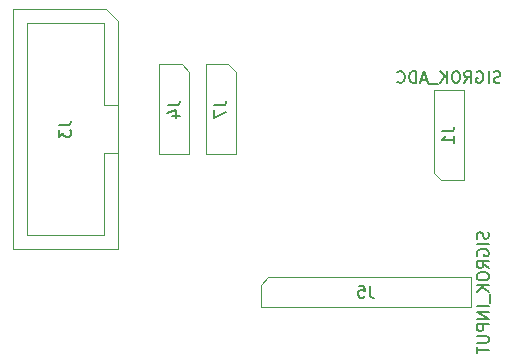
<source format=gbr>
%TF.GenerationSoftware,KiCad,Pcbnew,8.0.2*%
%TF.CreationDate,2025-07-19T08:03:10+07:00*%
%TF.ProjectId,PicoLink,5069636f-4c69-46e6-9b2e-6b696361645f,rev?*%
%TF.SameCoordinates,Original*%
%TF.FileFunction,AssemblyDrawing,Bot*%
%FSLAX46Y46*%
G04 Gerber Fmt 4.6, Leading zero omitted, Abs format (unit mm)*
G04 Created by KiCad (PCBNEW 8.0.2) date 2025-07-19 08:03:10*
%MOMM*%
%LPD*%
G01*
G04 APERTURE LIST*
%ADD10C,0.150000*%
%ADD11C,0.100000*%
G04 APERTURE END LIST*
D10*
X166427197Y-102704762D02*
X166474816Y-102847619D01*
X166474816Y-102847619D02*
X166474816Y-103085714D01*
X166474816Y-103085714D02*
X166427197Y-103180952D01*
X166427197Y-103180952D02*
X166379577Y-103228571D01*
X166379577Y-103228571D02*
X166284339Y-103276190D01*
X166284339Y-103276190D02*
X166189101Y-103276190D01*
X166189101Y-103276190D02*
X166093863Y-103228571D01*
X166093863Y-103228571D02*
X166046244Y-103180952D01*
X166046244Y-103180952D02*
X165998625Y-103085714D01*
X165998625Y-103085714D02*
X165951006Y-102895238D01*
X165951006Y-102895238D02*
X165903387Y-102800000D01*
X165903387Y-102800000D02*
X165855768Y-102752381D01*
X165855768Y-102752381D02*
X165760530Y-102704762D01*
X165760530Y-102704762D02*
X165665292Y-102704762D01*
X165665292Y-102704762D02*
X165570054Y-102752381D01*
X165570054Y-102752381D02*
X165522435Y-102800000D01*
X165522435Y-102800000D02*
X165474816Y-102895238D01*
X165474816Y-102895238D02*
X165474816Y-103133333D01*
X165474816Y-103133333D02*
X165522435Y-103276190D01*
X166474816Y-103704762D02*
X165474816Y-103704762D01*
X165522435Y-104704761D02*
X165474816Y-104609523D01*
X165474816Y-104609523D02*
X165474816Y-104466666D01*
X165474816Y-104466666D02*
X165522435Y-104323809D01*
X165522435Y-104323809D02*
X165617673Y-104228571D01*
X165617673Y-104228571D02*
X165712911Y-104180952D01*
X165712911Y-104180952D02*
X165903387Y-104133333D01*
X165903387Y-104133333D02*
X166046244Y-104133333D01*
X166046244Y-104133333D02*
X166236720Y-104180952D01*
X166236720Y-104180952D02*
X166331958Y-104228571D01*
X166331958Y-104228571D02*
X166427197Y-104323809D01*
X166427197Y-104323809D02*
X166474816Y-104466666D01*
X166474816Y-104466666D02*
X166474816Y-104561904D01*
X166474816Y-104561904D02*
X166427197Y-104704761D01*
X166427197Y-104704761D02*
X166379577Y-104752380D01*
X166379577Y-104752380D02*
X166046244Y-104752380D01*
X166046244Y-104752380D02*
X166046244Y-104561904D01*
X166474816Y-105752380D02*
X165998625Y-105419047D01*
X166474816Y-105180952D02*
X165474816Y-105180952D01*
X165474816Y-105180952D02*
X165474816Y-105561904D01*
X165474816Y-105561904D02*
X165522435Y-105657142D01*
X165522435Y-105657142D02*
X165570054Y-105704761D01*
X165570054Y-105704761D02*
X165665292Y-105752380D01*
X165665292Y-105752380D02*
X165808149Y-105752380D01*
X165808149Y-105752380D02*
X165903387Y-105704761D01*
X165903387Y-105704761D02*
X165951006Y-105657142D01*
X165951006Y-105657142D02*
X165998625Y-105561904D01*
X165998625Y-105561904D02*
X165998625Y-105180952D01*
X165474816Y-106371428D02*
X165474816Y-106561904D01*
X165474816Y-106561904D02*
X165522435Y-106657142D01*
X165522435Y-106657142D02*
X165617673Y-106752380D01*
X165617673Y-106752380D02*
X165808149Y-106799999D01*
X165808149Y-106799999D02*
X166141482Y-106799999D01*
X166141482Y-106799999D02*
X166331958Y-106752380D01*
X166331958Y-106752380D02*
X166427197Y-106657142D01*
X166427197Y-106657142D02*
X166474816Y-106561904D01*
X166474816Y-106561904D02*
X166474816Y-106371428D01*
X166474816Y-106371428D02*
X166427197Y-106276190D01*
X166427197Y-106276190D02*
X166331958Y-106180952D01*
X166331958Y-106180952D02*
X166141482Y-106133333D01*
X166141482Y-106133333D02*
X165808149Y-106133333D01*
X165808149Y-106133333D02*
X165617673Y-106180952D01*
X165617673Y-106180952D02*
X165522435Y-106276190D01*
X165522435Y-106276190D02*
X165474816Y-106371428D01*
X166474816Y-107228571D02*
X165474816Y-107228571D01*
X166474816Y-107799999D02*
X165903387Y-107371428D01*
X165474816Y-107799999D02*
X166046244Y-107228571D01*
X166570054Y-107990476D02*
X166570054Y-108752380D01*
X166474816Y-108990476D02*
X165474816Y-108990476D01*
X166474816Y-109466666D02*
X165474816Y-109466666D01*
X165474816Y-109466666D02*
X166474816Y-110038094D01*
X166474816Y-110038094D02*
X165474816Y-110038094D01*
X166474816Y-110514285D02*
X165474816Y-110514285D01*
X165474816Y-110514285D02*
X165474816Y-110895237D01*
X165474816Y-110895237D02*
X165522435Y-110990475D01*
X165522435Y-110990475D02*
X165570054Y-111038094D01*
X165570054Y-111038094D02*
X165665292Y-111085713D01*
X165665292Y-111085713D02*
X165808149Y-111085713D01*
X165808149Y-111085713D02*
X165903387Y-111038094D01*
X165903387Y-111038094D02*
X165951006Y-110990475D01*
X165951006Y-110990475D02*
X165998625Y-110895237D01*
X165998625Y-110895237D02*
X165998625Y-110514285D01*
X165474816Y-111514285D02*
X166284339Y-111514285D01*
X166284339Y-111514285D02*
X166379577Y-111561904D01*
X166379577Y-111561904D02*
X166427197Y-111609523D01*
X166427197Y-111609523D02*
X166474816Y-111704761D01*
X166474816Y-111704761D02*
X166474816Y-111895237D01*
X166474816Y-111895237D02*
X166427197Y-111990475D01*
X166427197Y-111990475D02*
X166379577Y-112038094D01*
X166379577Y-112038094D02*
X166284339Y-112085713D01*
X166284339Y-112085713D02*
X165474816Y-112085713D01*
X165474816Y-112419047D02*
X165474816Y-112990475D01*
X166474816Y-112704761D02*
X165474816Y-112704761D01*
X156403333Y-107254819D02*
X156403333Y-107969104D01*
X156403333Y-107969104D02*
X156450952Y-108111961D01*
X156450952Y-108111961D02*
X156546190Y-108207200D01*
X156546190Y-108207200D02*
X156689047Y-108254819D01*
X156689047Y-108254819D02*
X156784285Y-108254819D01*
X155450952Y-107254819D02*
X155927142Y-107254819D01*
X155927142Y-107254819D02*
X155974761Y-107731009D01*
X155974761Y-107731009D02*
X155927142Y-107683390D01*
X155927142Y-107683390D02*
X155831904Y-107635771D01*
X155831904Y-107635771D02*
X155593809Y-107635771D01*
X155593809Y-107635771D02*
X155498571Y-107683390D01*
X155498571Y-107683390D02*
X155450952Y-107731009D01*
X155450952Y-107731009D02*
X155403333Y-107826247D01*
X155403333Y-107826247D02*
X155403333Y-108064342D01*
X155403333Y-108064342D02*
X155450952Y-108159580D01*
X155450952Y-108159580D02*
X155498571Y-108207200D01*
X155498571Y-108207200D02*
X155593809Y-108254819D01*
X155593809Y-108254819D02*
X155831904Y-108254819D01*
X155831904Y-108254819D02*
X155927142Y-108207200D01*
X155927142Y-108207200D02*
X155974761Y-108159580D01*
X167457141Y-90037203D02*
X167314284Y-90084822D01*
X167314284Y-90084822D02*
X167076189Y-90084822D01*
X167076189Y-90084822D02*
X166980951Y-90037203D01*
X166980951Y-90037203D02*
X166933332Y-89989583D01*
X166933332Y-89989583D02*
X166885713Y-89894345D01*
X166885713Y-89894345D02*
X166885713Y-89799107D01*
X166885713Y-89799107D02*
X166933332Y-89703869D01*
X166933332Y-89703869D02*
X166980951Y-89656250D01*
X166980951Y-89656250D02*
X167076189Y-89608631D01*
X167076189Y-89608631D02*
X167266665Y-89561012D01*
X167266665Y-89561012D02*
X167361903Y-89513393D01*
X167361903Y-89513393D02*
X167409522Y-89465774D01*
X167409522Y-89465774D02*
X167457141Y-89370536D01*
X167457141Y-89370536D02*
X167457141Y-89275298D01*
X167457141Y-89275298D02*
X167409522Y-89180060D01*
X167409522Y-89180060D02*
X167361903Y-89132441D01*
X167361903Y-89132441D02*
X167266665Y-89084822D01*
X167266665Y-89084822D02*
X167028570Y-89084822D01*
X167028570Y-89084822D02*
X166885713Y-89132441D01*
X166457141Y-90084822D02*
X166457141Y-89084822D01*
X165457142Y-89132441D02*
X165552380Y-89084822D01*
X165552380Y-89084822D02*
X165695237Y-89084822D01*
X165695237Y-89084822D02*
X165838094Y-89132441D01*
X165838094Y-89132441D02*
X165933332Y-89227679D01*
X165933332Y-89227679D02*
X165980951Y-89322917D01*
X165980951Y-89322917D02*
X166028570Y-89513393D01*
X166028570Y-89513393D02*
X166028570Y-89656250D01*
X166028570Y-89656250D02*
X165980951Y-89846726D01*
X165980951Y-89846726D02*
X165933332Y-89941964D01*
X165933332Y-89941964D02*
X165838094Y-90037203D01*
X165838094Y-90037203D02*
X165695237Y-90084822D01*
X165695237Y-90084822D02*
X165599999Y-90084822D01*
X165599999Y-90084822D02*
X165457142Y-90037203D01*
X165457142Y-90037203D02*
X165409523Y-89989583D01*
X165409523Y-89989583D02*
X165409523Y-89656250D01*
X165409523Y-89656250D02*
X165599999Y-89656250D01*
X164409523Y-90084822D02*
X164742856Y-89608631D01*
X164980951Y-90084822D02*
X164980951Y-89084822D01*
X164980951Y-89084822D02*
X164599999Y-89084822D01*
X164599999Y-89084822D02*
X164504761Y-89132441D01*
X164504761Y-89132441D02*
X164457142Y-89180060D01*
X164457142Y-89180060D02*
X164409523Y-89275298D01*
X164409523Y-89275298D02*
X164409523Y-89418155D01*
X164409523Y-89418155D02*
X164457142Y-89513393D01*
X164457142Y-89513393D02*
X164504761Y-89561012D01*
X164504761Y-89561012D02*
X164599999Y-89608631D01*
X164599999Y-89608631D02*
X164980951Y-89608631D01*
X163790475Y-89084822D02*
X163599999Y-89084822D01*
X163599999Y-89084822D02*
X163504761Y-89132441D01*
X163504761Y-89132441D02*
X163409523Y-89227679D01*
X163409523Y-89227679D02*
X163361904Y-89418155D01*
X163361904Y-89418155D02*
X163361904Y-89751488D01*
X163361904Y-89751488D02*
X163409523Y-89941964D01*
X163409523Y-89941964D02*
X163504761Y-90037203D01*
X163504761Y-90037203D02*
X163599999Y-90084822D01*
X163599999Y-90084822D02*
X163790475Y-90084822D01*
X163790475Y-90084822D02*
X163885713Y-90037203D01*
X163885713Y-90037203D02*
X163980951Y-89941964D01*
X163980951Y-89941964D02*
X164028570Y-89751488D01*
X164028570Y-89751488D02*
X164028570Y-89418155D01*
X164028570Y-89418155D02*
X163980951Y-89227679D01*
X163980951Y-89227679D02*
X163885713Y-89132441D01*
X163885713Y-89132441D02*
X163790475Y-89084822D01*
X162933332Y-90084822D02*
X162933332Y-89084822D01*
X162361904Y-90084822D02*
X162790475Y-89513393D01*
X162361904Y-89084822D02*
X162933332Y-89656250D01*
X162171428Y-90180060D02*
X161409523Y-90180060D01*
X161219046Y-89799107D02*
X160742856Y-89799107D01*
X161314284Y-90084822D02*
X160980951Y-89084822D01*
X160980951Y-89084822D02*
X160647618Y-90084822D01*
X160314284Y-90084822D02*
X160314284Y-89084822D01*
X160314284Y-89084822D02*
X160076189Y-89084822D01*
X160076189Y-89084822D02*
X159933332Y-89132441D01*
X159933332Y-89132441D02*
X159838094Y-89227679D01*
X159838094Y-89227679D02*
X159790475Y-89322917D01*
X159790475Y-89322917D02*
X159742856Y-89513393D01*
X159742856Y-89513393D02*
X159742856Y-89656250D01*
X159742856Y-89656250D02*
X159790475Y-89846726D01*
X159790475Y-89846726D02*
X159838094Y-89941964D01*
X159838094Y-89941964D02*
X159933332Y-90037203D01*
X159933332Y-90037203D02*
X160076189Y-90084822D01*
X160076189Y-90084822D02*
X160314284Y-90084822D01*
X158742856Y-89989583D02*
X158790475Y-90037203D01*
X158790475Y-90037203D02*
X158933332Y-90084822D01*
X158933332Y-90084822D02*
X159028570Y-90084822D01*
X159028570Y-90084822D02*
X159171427Y-90037203D01*
X159171427Y-90037203D02*
X159266665Y-89941964D01*
X159266665Y-89941964D02*
X159314284Y-89846726D01*
X159314284Y-89846726D02*
X159361903Y-89656250D01*
X159361903Y-89656250D02*
X159361903Y-89513393D01*
X159361903Y-89513393D02*
X159314284Y-89322917D01*
X159314284Y-89322917D02*
X159266665Y-89227679D01*
X159266665Y-89227679D02*
X159171427Y-89132441D01*
X159171427Y-89132441D02*
X159028570Y-89084822D01*
X159028570Y-89084822D02*
X158933332Y-89084822D01*
X158933332Y-89084822D02*
X158790475Y-89132441D01*
X158790475Y-89132441D02*
X158742856Y-89180060D01*
X162554817Y-94166666D02*
X163269102Y-94166666D01*
X163269102Y-94166666D02*
X163411959Y-94119047D01*
X163411959Y-94119047D02*
X163507198Y-94023809D01*
X163507198Y-94023809D02*
X163554817Y-93880952D01*
X163554817Y-93880952D02*
X163554817Y-93785714D01*
X163554817Y-95166666D02*
X163554817Y-94595238D01*
X163554817Y-94880952D02*
X162554817Y-94880952D01*
X162554817Y-94880952D02*
X162697674Y-94785714D01*
X162697674Y-94785714D02*
X162792912Y-94690476D01*
X162792912Y-94690476D02*
X162840531Y-94595238D01*
X139304819Y-91981666D02*
X140019104Y-91981666D01*
X140019104Y-91981666D02*
X140161961Y-91934047D01*
X140161961Y-91934047D02*
X140257200Y-91838809D01*
X140257200Y-91838809D02*
X140304819Y-91695952D01*
X140304819Y-91695952D02*
X140304819Y-91600714D01*
X139638152Y-92886428D02*
X140304819Y-92886428D01*
X139257200Y-92648333D02*
X139971485Y-92410238D01*
X139971485Y-92410238D02*
X139971485Y-93029285D01*
X130084819Y-93666666D02*
X130799104Y-93666666D01*
X130799104Y-93666666D02*
X130941961Y-93619047D01*
X130941961Y-93619047D02*
X131037200Y-93523809D01*
X131037200Y-93523809D02*
X131084819Y-93380952D01*
X131084819Y-93380952D02*
X131084819Y-93285714D01*
X130084819Y-94047619D02*
X130084819Y-94666666D01*
X130084819Y-94666666D02*
X130465771Y-94333333D01*
X130465771Y-94333333D02*
X130465771Y-94476190D01*
X130465771Y-94476190D02*
X130513390Y-94571428D01*
X130513390Y-94571428D02*
X130561009Y-94619047D01*
X130561009Y-94619047D02*
X130656247Y-94666666D01*
X130656247Y-94666666D02*
X130894342Y-94666666D01*
X130894342Y-94666666D02*
X130989580Y-94619047D01*
X130989580Y-94619047D02*
X131037200Y-94571428D01*
X131037200Y-94571428D02*
X131084819Y-94476190D01*
X131084819Y-94476190D02*
X131084819Y-94190476D01*
X131084819Y-94190476D02*
X131037200Y-94095238D01*
X131037200Y-94095238D02*
X130989580Y-94047619D01*
X143254819Y-91966666D02*
X143969104Y-91966666D01*
X143969104Y-91966666D02*
X144111961Y-91919047D01*
X144111961Y-91919047D02*
X144207200Y-91823809D01*
X144207200Y-91823809D02*
X144254819Y-91680952D01*
X144254819Y-91680952D02*
X144254819Y-91585714D01*
X143254819Y-92347619D02*
X143254819Y-93014285D01*
X143254819Y-93014285D02*
X144254819Y-92585714D01*
D11*
%TO.C,J5*%
X147180000Y-107165001D02*
X147815001Y-106530000D01*
X147815001Y-106530000D02*
X164959999Y-106529998D01*
X147180000Y-109069999D02*
X147180000Y-107165001D01*
X164960000Y-109070002D02*
X147180000Y-109069999D01*
X164959999Y-106529998D02*
X164960000Y-109070002D01*
%TO.C,J1*%
X161830001Y-90690002D02*
X164370000Y-90690003D01*
X164370000Y-90690003D02*
X164369997Y-98310001D01*
X164369997Y-98310001D02*
X162465000Y-98310003D01*
X161830001Y-97675002D02*
X161830001Y-90690002D01*
X162465000Y-98310003D02*
X161830001Y-97675002D01*
%TO.C,J4*%
X138580000Y-88505000D02*
X140485000Y-88505000D01*
X138580000Y-96125000D02*
X138580000Y-88505000D01*
X140485000Y-88505000D02*
X141120000Y-89140000D01*
X141120000Y-89140000D02*
X141120000Y-96125000D01*
X141120000Y-96125000D02*
X138580000Y-96125000D01*
%TO.C,J3*%
X126180000Y-83820000D02*
X134080000Y-83820000D01*
X126180000Y-104180000D02*
X126180000Y-83820000D01*
X127380000Y-85010000D02*
X133880000Y-85010000D01*
X127380000Y-102990000D02*
X127380000Y-85010000D01*
X133880000Y-85010000D02*
X133880000Y-91950000D01*
X133880000Y-91950000D02*
X135080000Y-91950000D01*
X133880000Y-96050000D02*
X133880000Y-96050000D01*
X133880000Y-96050000D02*
X133880000Y-102990000D01*
X133880000Y-102990000D02*
X127380000Y-102990000D01*
X134080000Y-83820000D02*
X135080000Y-84820000D01*
X135080000Y-84820000D02*
X135080000Y-104180000D01*
X135080000Y-96050000D02*
X133880000Y-96050000D01*
X135080000Y-104180000D02*
X126180000Y-104180000D01*
%TO.C,J7*%
X142530000Y-88490000D02*
X144435000Y-88490000D01*
X142530000Y-96110000D02*
X142530000Y-88490000D01*
X144435000Y-88490000D02*
X145070000Y-89125000D01*
X145070000Y-89125000D02*
X145070000Y-96110000D01*
X145070000Y-96110000D02*
X142530000Y-96110000D01*
%TD*%
M02*

</source>
